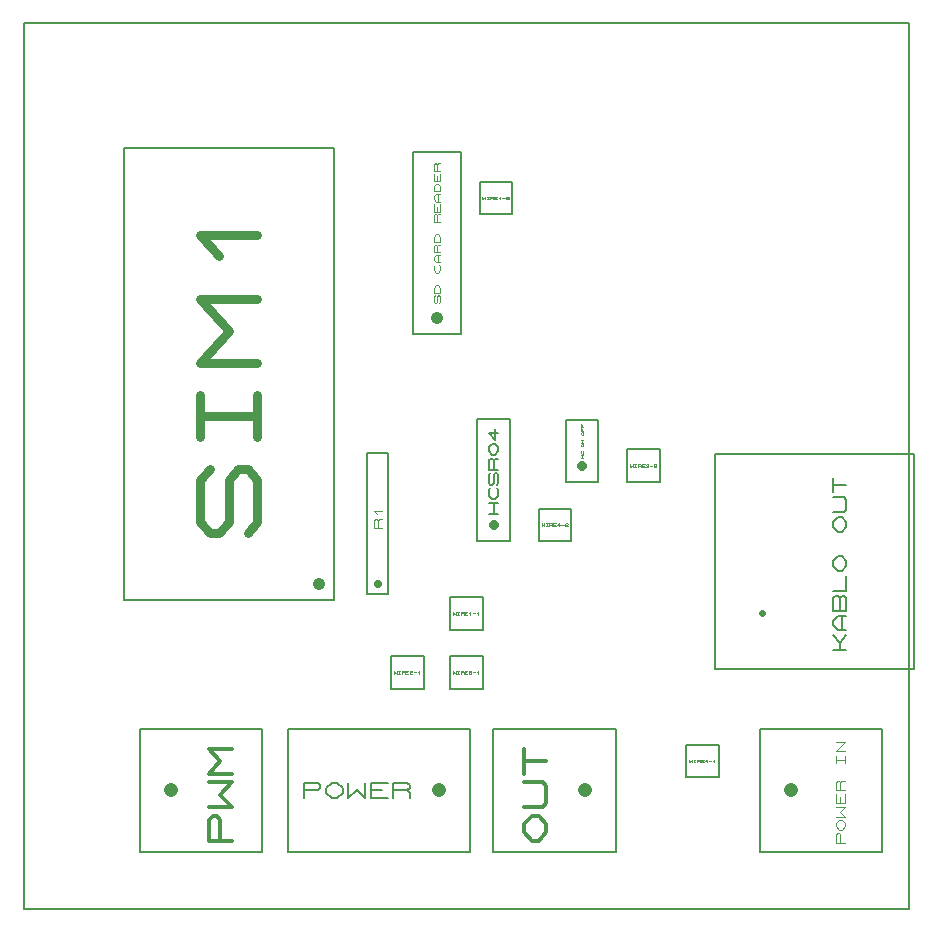
<source format=gbr>
G04 PROTEUS GERBER X2 FILE*
%TF.GenerationSoftware,Labcenter,Proteus,8.10-SP3-Build29560*%
%TF.CreationDate,2022-04-01T22:25:54+00:00*%
%TF.FileFunction,AssemblyDrawing,Top*%
%TF.FilePolarity,Positive*%
%TF.Part,Single*%
%TF.SameCoordinates,{d6a88fbf-1cde-4ff9-8d92-a6d7fee4950a}*%
%FSLAX45Y45*%
%MOMM*%
G01*
%TA.AperFunction,Profile*%
%ADD19C,0.203200*%
%TA.AperFunction,Material*%
%ADD70C,0.203200*%
%ADD26C,1.016000*%
%ADD27C,0.801370*%
%ADD28C,0.095430*%
%ADD29C,0.711200*%
%ADD72C,0.110230*%
%ADD73C,0.812800*%
%ADD30C,0.139700*%
%ADD31C,1.219200*%
%ADD32C,0.122420*%
%ADD33C,0.314280*%
%ADD34C,0.210740*%
%ADD35C,0.036680*%
%ADD36C,0.558800*%
%ADD37C,0.185490*%
%ADD38C,0.036280*%
%TD.AperFunction*%
D19*
X-12750000Y+3500000D02*
X-5250000Y+3500000D01*
X-5250000Y+11000000D01*
X-12750000Y+11000000D01*
X-12750000Y+3500000D01*
D70*
X-11901000Y+6112840D02*
X-10123000Y+6112840D01*
X-10123000Y+9943160D01*
X-11901000Y+9943160D01*
X-11901000Y+6112840D01*
D26*
X-10250000Y+6250000D02*
X-10250000Y+6250000D01*
D27*
X-10851726Y+6679514D02*
X-10771589Y+6769668D01*
X-10771589Y+7130284D01*
X-10851726Y+7220438D01*
X-10931863Y+7220438D01*
X-11012000Y+7130284D01*
X-11012000Y+6769668D01*
X-11092137Y+6679514D01*
X-11172274Y+6679514D01*
X-11252411Y+6769668D01*
X-11252411Y+7130284D01*
X-11172274Y+7220438D01*
X-11252411Y+7490901D02*
X-11252411Y+7851517D01*
X-11252411Y+7671209D02*
X-10771589Y+7671209D01*
X-10771589Y+7490901D02*
X-10771589Y+7851517D01*
X-10771589Y+8121980D02*
X-11252411Y+8121980D01*
X-11012000Y+8392442D01*
X-11252411Y+8662904D01*
X-10771589Y+8662904D01*
X-11092137Y+9023521D02*
X-11252411Y+9203829D01*
X-10771589Y+9203829D01*
D70*
X-9450660Y+8362840D02*
X-9049340Y+8362840D01*
X-9049340Y+9907160D01*
X-9450660Y+9907160D01*
X-9450660Y+8362840D01*
D26*
X-9250000Y+8500000D02*
X-9250000Y+8500000D01*
D28*
X-9230914Y+8627771D02*
X-9221371Y+8638506D01*
X-9221371Y+8681450D01*
X-9230914Y+8692186D01*
X-9240457Y+8692186D01*
X-9250000Y+8681450D01*
X-9250000Y+8638506D01*
X-9259543Y+8627771D01*
X-9269086Y+8627771D01*
X-9278629Y+8638506D01*
X-9278629Y+8681450D01*
X-9269086Y+8692186D01*
X-9221371Y+8713658D02*
X-9278629Y+8713658D01*
X-9278629Y+8756601D01*
X-9259543Y+8778073D01*
X-9240457Y+8778073D01*
X-9221371Y+8756601D01*
X-9221371Y+8713658D01*
X-9230914Y+8949847D02*
X-9221371Y+8939111D01*
X-9221371Y+8906903D01*
X-9240457Y+8885432D01*
X-9259543Y+8885432D01*
X-9278629Y+8906903D01*
X-9278629Y+8939111D01*
X-9269086Y+8949847D01*
X-9221371Y+8971319D02*
X-9259543Y+8971319D01*
X-9278629Y+8992790D01*
X-9278629Y+9014262D01*
X-9259543Y+9035734D01*
X-9221371Y+9035734D01*
X-9240457Y+8971319D02*
X-9240457Y+9035734D01*
X-9221371Y+9057206D02*
X-9278629Y+9057206D01*
X-9278629Y+9110885D01*
X-9269086Y+9121621D01*
X-9259543Y+9121621D01*
X-9250000Y+9110885D01*
X-9250000Y+9057206D01*
X-9250000Y+9110885D02*
X-9240457Y+9121621D01*
X-9221371Y+9121621D01*
X-9221371Y+9143093D02*
X-9278629Y+9143093D01*
X-9278629Y+9186036D01*
X-9259543Y+9207508D01*
X-9240457Y+9207508D01*
X-9221371Y+9186036D01*
X-9221371Y+9143093D01*
X-9221371Y+9314867D02*
X-9278629Y+9314867D01*
X-9278629Y+9368546D01*
X-9269086Y+9379282D01*
X-9259543Y+9379282D01*
X-9250000Y+9368546D01*
X-9250000Y+9314867D01*
X-9250000Y+9368546D02*
X-9240457Y+9379282D01*
X-9221371Y+9379282D01*
X-9221371Y+9465169D02*
X-9221371Y+9400754D01*
X-9278629Y+9400754D01*
X-9278629Y+9465169D01*
X-9250000Y+9400754D02*
X-9250000Y+9443697D01*
X-9221371Y+9486641D02*
X-9259543Y+9486641D01*
X-9278629Y+9508112D01*
X-9278629Y+9529584D01*
X-9259543Y+9551056D01*
X-9221371Y+9551056D01*
X-9240457Y+9486641D02*
X-9240457Y+9551056D01*
X-9221371Y+9572528D02*
X-9278629Y+9572528D01*
X-9278629Y+9615471D01*
X-9259543Y+9636943D01*
X-9240457Y+9636943D01*
X-9221371Y+9615471D01*
X-9221371Y+9572528D01*
X-9221371Y+9722830D02*
X-9221371Y+9658415D01*
X-9278629Y+9658415D01*
X-9278629Y+9722830D01*
X-9250000Y+9658415D02*
X-9250000Y+9701358D01*
X-9221371Y+9744302D02*
X-9278629Y+9744302D01*
X-9278629Y+9797981D01*
X-9269086Y+9808717D01*
X-9259543Y+9808717D01*
X-9250000Y+9797981D01*
X-9250000Y+9744302D01*
X-9250000Y+9797981D02*
X-9240457Y+9808717D01*
X-9221371Y+9808717D01*
D70*
X-9838900Y+6161100D02*
X-9661100Y+6161100D01*
X-9661100Y+7354900D01*
X-9838900Y+7354900D01*
X-9838900Y+6161100D01*
D29*
X-9750000Y+6250000D02*
X-9750000Y+6250000D01*
D72*
X-9716929Y+6721018D02*
X-9783070Y+6721018D01*
X-9783070Y+6783025D01*
X-9772047Y+6795427D01*
X-9761023Y+6795427D01*
X-9750000Y+6783025D01*
X-9750000Y+6721018D01*
X-9750000Y+6783025D02*
X-9738976Y+6795427D01*
X-9716929Y+6795427D01*
X-9761023Y+6845033D02*
X-9783070Y+6869836D01*
X-9716929Y+6869836D01*
D70*
X-8908160Y+6608840D02*
X-8633840Y+6608840D01*
X-8633840Y+7645160D01*
X-8908160Y+7645160D01*
X-8908160Y+6608840D01*
D73*
X-8771000Y+6746000D02*
X-8771000Y+6746000D01*
D30*
X-8729090Y+6838710D02*
X-8812910Y+6838710D01*
X-8812910Y+6933007D02*
X-8729090Y+6933007D01*
X-8771000Y+6838710D02*
X-8771000Y+6933007D01*
X-8743060Y+7058737D02*
X-8729090Y+7043021D01*
X-8729090Y+6995872D01*
X-8757030Y+6964440D01*
X-8784970Y+6964440D01*
X-8812910Y+6995872D01*
X-8812910Y+7043021D01*
X-8798940Y+7058737D01*
X-8743060Y+7090170D02*
X-8729090Y+7105886D01*
X-8729090Y+7168751D01*
X-8743060Y+7184467D01*
X-8757030Y+7184467D01*
X-8771000Y+7168751D01*
X-8771000Y+7105886D01*
X-8784970Y+7090170D01*
X-8798940Y+7090170D01*
X-8812910Y+7105886D01*
X-8812910Y+7168751D01*
X-8798940Y+7184467D01*
X-8729090Y+7215900D02*
X-8812910Y+7215900D01*
X-8812910Y+7294481D01*
X-8798940Y+7310197D01*
X-8784970Y+7310197D01*
X-8771000Y+7294481D01*
X-8771000Y+7215900D01*
X-8771000Y+7294481D02*
X-8757030Y+7310197D01*
X-8729090Y+7310197D01*
X-8784970Y+7341630D02*
X-8812910Y+7373062D01*
X-8812910Y+7404495D01*
X-8784970Y+7435927D01*
X-8757030Y+7435927D01*
X-8729090Y+7404495D01*
X-8729090Y+7373062D01*
X-8757030Y+7341630D01*
X-8784970Y+7341630D01*
X-8757030Y+7561657D02*
X-8757030Y+7467360D01*
X-8812910Y+7530225D01*
X-8729090Y+7530225D01*
D70*
X-6514160Y+3981840D02*
X-5477840Y+3981840D01*
X-5477840Y+5018160D01*
X-6514160Y+5018160D01*
X-6514160Y+3981840D01*
D31*
X-6250000Y+4500000D02*
X-6250000Y+4500000D01*
D32*
X-5796711Y+4059260D02*
X-5870168Y+4059260D01*
X-5870168Y+4128125D01*
X-5857925Y+4141898D01*
X-5845682Y+4141898D01*
X-5833440Y+4128125D01*
X-5833440Y+4059260D01*
X-5845682Y+4169445D02*
X-5870168Y+4196991D01*
X-5870168Y+4224537D01*
X-5845682Y+4252083D01*
X-5821197Y+4252083D01*
X-5796711Y+4224537D01*
X-5796711Y+4196991D01*
X-5821197Y+4169445D01*
X-5845682Y+4169445D01*
X-5870168Y+4279630D02*
X-5796711Y+4279630D01*
X-5833440Y+4320949D01*
X-5796711Y+4362268D01*
X-5870168Y+4362268D01*
X-5796711Y+4472453D02*
X-5796711Y+4389815D01*
X-5870168Y+4389815D01*
X-5870168Y+4472453D01*
X-5833440Y+4389815D02*
X-5833440Y+4444907D01*
X-5796711Y+4500000D02*
X-5870168Y+4500000D01*
X-5870168Y+4568865D01*
X-5857925Y+4582638D01*
X-5845682Y+4582638D01*
X-5833440Y+4568865D01*
X-5833440Y+4500000D01*
X-5833440Y+4568865D02*
X-5821197Y+4582638D01*
X-5796711Y+4582638D01*
X-5870168Y+4734143D02*
X-5870168Y+4789235D01*
X-5870168Y+4761689D02*
X-5796711Y+4761689D01*
X-5796711Y+4734143D02*
X-5796711Y+4789235D01*
X-5796711Y+4830555D02*
X-5870168Y+4830555D01*
X-5796711Y+4913193D01*
X-5870168Y+4913193D01*
D70*
X-11764160Y+3981840D02*
X-10727840Y+3981840D01*
X-10727840Y+5018160D01*
X-11764160Y+5018160D01*
X-11764160Y+3981840D01*
D31*
X-11500000Y+4500000D02*
X-11500000Y+4500000D01*
D33*
X-10989155Y+4075721D02*
X-11177724Y+4075721D01*
X-11177724Y+4252504D01*
X-11146296Y+4287860D01*
X-11114868Y+4287860D01*
X-11083440Y+4252504D01*
X-11083440Y+4075721D01*
X-11177724Y+4358574D02*
X-10989155Y+4358574D01*
X-11083440Y+4464643D01*
X-10989155Y+4570713D01*
X-11177724Y+4570713D01*
X-10989155Y+4641427D02*
X-11177724Y+4641427D01*
X-11083440Y+4747496D01*
X-11177724Y+4853566D01*
X-10989155Y+4853566D01*
D70*
X-8772160Y+3981840D02*
X-7735840Y+3981840D01*
X-7735840Y+5018160D01*
X-8772160Y+5018160D01*
X-8772160Y+3981840D01*
D31*
X-8000000Y+4500000D02*
X-8000000Y+4500000D01*
D33*
X-8447988Y+4075721D02*
X-8510844Y+4146434D01*
X-8510844Y+4217147D01*
X-8447988Y+4287860D01*
X-8385131Y+4287860D01*
X-8322275Y+4217147D01*
X-8322275Y+4146434D01*
X-8385131Y+4075721D01*
X-8447988Y+4075721D01*
X-8510844Y+4358574D02*
X-8353703Y+4358574D01*
X-8322275Y+4393930D01*
X-8322275Y+4535357D01*
X-8353703Y+4570713D01*
X-8510844Y+4570713D01*
X-8510844Y+4641427D02*
X-8510844Y+4853566D01*
X-8510844Y+4747496D02*
X-8322275Y+4747496D01*
D70*
X-10514160Y+3981840D02*
X-8969840Y+3981840D01*
X-8969840Y+5018160D01*
X-10514160Y+5018160D01*
X-10514160Y+3981840D01*
D31*
X-9234000Y+4500000D02*
X-9234000Y+4500000D01*
D34*
X-10378740Y+4436776D02*
X-10378740Y+4563224D01*
X-10260195Y+4563224D01*
X-10236486Y+4542149D01*
X-10236486Y+4521075D01*
X-10260195Y+4500000D01*
X-10378740Y+4500000D01*
X-10189068Y+4521075D02*
X-10141650Y+4563224D01*
X-10094232Y+4563224D01*
X-10046814Y+4521075D01*
X-10046814Y+4478925D01*
X-10094232Y+4436776D01*
X-10141650Y+4436776D01*
X-10189068Y+4478925D01*
X-10189068Y+4521075D01*
X-9999396Y+4563224D02*
X-9999396Y+4436776D01*
X-9928269Y+4500000D01*
X-9857142Y+4436776D01*
X-9857142Y+4563224D01*
X-9667470Y+4436776D02*
X-9809724Y+4436776D01*
X-9809724Y+4563224D01*
X-9667470Y+4563224D01*
X-9809724Y+4500000D02*
X-9714888Y+4500000D01*
X-9620052Y+4436776D02*
X-9620052Y+4563224D01*
X-9501507Y+4563224D01*
X-9477798Y+4542149D01*
X-9477798Y+4521075D01*
X-9501507Y+4500000D01*
X-9620052Y+4500000D01*
X-9501507Y+4500000D02*
X-9477798Y+4478925D01*
X-9477798Y+4436776D01*
D70*
X-8158160Y+7108840D02*
X-7883840Y+7108840D01*
X-7883840Y+7637160D01*
X-8158160Y+7637160D01*
X-8158160Y+7108840D01*
D73*
X-8021000Y+7246000D02*
X-8021000Y+7246000D01*
D35*
X-8009993Y+7313315D02*
X-8032006Y+7313315D01*
X-8032006Y+7338079D02*
X-8009993Y+7338079D01*
X-8021000Y+7313315D02*
X-8021000Y+7338079D01*
X-8013662Y+7371098D02*
X-8009993Y+7366970D01*
X-8009993Y+7354588D01*
X-8017331Y+7346334D01*
X-8024668Y+7346334D01*
X-8032006Y+7354588D01*
X-8032006Y+7366970D01*
X-8028337Y+7371098D01*
X-8024668Y+7412372D02*
X-8032006Y+7420626D01*
X-8032006Y+7428881D01*
X-8024668Y+7437136D01*
X-8017331Y+7437136D01*
X-8009993Y+7428881D01*
X-8009993Y+7420626D01*
X-8017331Y+7412372D01*
X-8024668Y+7412372D01*
X-8009993Y+7445391D02*
X-8032006Y+7445391D01*
X-8009993Y+7470155D01*
X-8032006Y+7470155D01*
X-8024668Y+7511429D02*
X-8032006Y+7519683D01*
X-8032006Y+7527938D01*
X-8024668Y+7536193D01*
X-8017331Y+7536193D01*
X-8009993Y+7527938D01*
X-8009993Y+7519683D01*
X-8017331Y+7511429D01*
X-8024668Y+7511429D01*
X-8009993Y+7544448D02*
X-8032006Y+7544448D01*
X-8032006Y+7569212D01*
X-8021000Y+7544448D02*
X-8021000Y+7560957D01*
X-8009993Y+7577467D02*
X-8032006Y+7577467D01*
X-8032006Y+7602231D01*
X-8021000Y+7577467D02*
X-8021000Y+7593976D01*
D70*
X-6893700Y+5527560D02*
X-5207140Y+5527560D01*
X-5207140Y+7351280D01*
X-6893700Y+7351280D01*
X-6893700Y+5527560D01*
D36*
X-6500000Y+6000000D02*
X-6500000Y+6000000D01*
D37*
X-5895249Y+5688159D02*
X-5783951Y+5688159D01*
X-5895249Y+5813369D02*
X-5839600Y+5750764D01*
X-5783951Y+5813369D01*
X-5839600Y+5688159D02*
X-5839600Y+5750764D01*
X-5783951Y+5855106D02*
X-5858150Y+5855106D01*
X-5895249Y+5896842D01*
X-5895249Y+5938579D01*
X-5858150Y+5980316D01*
X-5783951Y+5980316D01*
X-5821050Y+5855106D02*
X-5821050Y+5980316D01*
X-5783951Y+6022053D02*
X-5895249Y+6022053D01*
X-5895249Y+6126394D01*
X-5876699Y+6147263D01*
X-5858150Y+6147263D01*
X-5839600Y+6126394D01*
X-5821050Y+6147263D01*
X-5802501Y+6147263D01*
X-5783951Y+6126394D01*
X-5783951Y+6022053D01*
X-5839600Y+6022053D02*
X-5839600Y+6126394D01*
X-5895249Y+6189000D02*
X-5783951Y+6189000D01*
X-5783951Y+6314210D01*
X-5858150Y+6355947D02*
X-5895249Y+6397683D01*
X-5895249Y+6439420D01*
X-5858150Y+6481157D01*
X-5821050Y+6481157D01*
X-5783951Y+6439420D01*
X-5783951Y+6397683D01*
X-5821050Y+6355947D01*
X-5858150Y+6355947D01*
X-5858150Y+6689841D02*
X-5895249Y+6731577D01*
X-5895249Y+6773314D01*
X-5858150Y+6815051D01*
X-5821050Y+6815051D01*
X-5783951Y+6773314D01*
X-5783951Y+6731577D01*
X-5821050Y+6689841D01*
X-5858150Y+6689841D01*
X-5895249Y+6856788D02*
X-5802501Y+6856788D01*
X-5783951Y+6877656D01*
X-5783951Y+6961129D01*
X-5802501Y+6981998D01*
X-5895249Y+6981998D01*
X-5895249Y+7023735D02*
X-5895249Y+7148945D01*
X-5895249Y+7086340D02*
X-5783951Y+7086340D01*
D70*
X-9637160Y+5362840D02*
X-9362840Y+5362840D01*
X-9362840Y+5637160D01*
X-9637160Y+5637160D01*
X-9637160Y+5362840D01*
D38*
X-9614296Y+5510886D02*
X-9614296Y+5489115D01*
X-9602050Y+5500000D01*
X-9589804Y+5489115D01*
X-9589804Y+5510886D01*
X-9577558Y+5510886D02*
X-9561230Y+5510886D01*
X-9569394Y+5510886D02*
X-9569394Y+5489115D01*
X-9577558Y+5489115D02*
X-9561230Y+5489115D01*
X-9548984Y+5489115D02*
X-9548984Y+5510886D01*
X-9528574Y+5510886D01*
X-9524492Y+5507257D01*
X-9524492Y+5503629D01*
X-9528574Y+5500000D01*
X-9548984Y+5500000D01*
X-9528574Y+5500000D02*
X-9524492Y+5496372D01*
X-9524492Y+5489115D01*
X-9491836Y+5489115D02*
X-9516328Y+5489115D01*
X-9516328Y+5510886D01*
X-9491836Y+5510886D01*
X-9516328Y+5500000D02*
X-9500000Y+5500000D01*
X-9479590Y+5507257D02*
X-9475508Y+5510886D01*
X-9463262Y+5510886D01*
X-9459180Y+5507257D01*
X-9459180Y+5503629D01*
X-9463262Y+5500000D01*
X-9475508Y+5500000D01*
X-9479590Y+5496372D01*
X-9479590Y+5489115D01*
X-9459180Y+5489115D01*
X-9446934Y+5500000D02*
X-9426524Y+5500000D01*
X-9410196Y+5503629D02*
X-9402032Y+5510886D01*
X-9402032Y+5489115D01*
D70*
X-8887160Y+9378840D02*
X-8612840Y+9378840D01*
X-8612840Y+9653160D01*
X-8887160Y+9653160D01*
X-8887160Y+9378840D01*
D38*
X-8864296Y+9526886D02*
X-8864296Y+9505115D01*
X-8852050Y+9516000D01*
X-8839804Y+9505115D01*
X-8839804Y+9526886D01*
X-8827558Y+9526886D02*
X-8811230Y+9526886D01*
X-8819394Y+9526886D02*
X-8819394Y+9505115D01*
X-8827558Y+9505115D02*
X-8811230Y+9505115D01*
X-8798984Y+9505115D02*
X-8798984Y+9526886D01*
X-8778574Y+9526886D01*
X-8774492Y+9523257D01*
X-8774492Y+9519629D01*
X-8778574Y+9516000D01*
X-8798984Y+9516000D01*
X-8778574Y+9516000D02*
X-8774492Y+9512372D01*
X-8774492Y+9505115D01*
X-8741836Y+9505115D02*
X-8766328Y+9505115D01*
X-8766328Y+9526886D01*
X-8741836Y+9526886D01*
X-8766328Y+9516000D02*
X-8750000Y+9516000D01*
X-8725508Y+9519629D02*
X-8717344Y+9526886D01*
X-8717344Y+9505115D01*
X-8696934Y+9516000D02*
X-8676524Y+9516000D01*
X-8664278Y+9523257D02*
X-8660196Y+9526886D01*
X-8647950Y+9526886D01*
X-8643868Y+9523257D01*
X-8643868Y+9519629D01*
X-8647950Y+9516000D01*
X-8660196Y+9516000D01*
X-8664278Y+9512372D01*
X-8664278Y+9505115D01*
X-8643868Y+9505115D01*
D70*
X-9137160Y+5362840D02*
X-8862840Y+5362840D01*
X-8862840Y+5637160D01*
X-9137160Y+5637160D01*
X-9137160Y+5362840D01*
D38*
X-9114296Y+5510886D02*
X-9114296Y+5489115D01*
X-9102050Y+5500000D01*
X-9089804Y+5489115D01*
X-9089804Y+5510886D01*
X-9077558Y+5510886D02*
X-9061230Y+5510886D01*
X-9069394Y+5510886D02*
X-9069394Y+5489115D01*
X-9077558Y+5489115D02*
X-9061230Y+5489115D01*
X-9048984Y+5489115D02*
X-9048984Y+5510886D01*
X-9028574Y+5510886D01*
X-9024492Y+5507257D01*
X-9024492Y+5503629D01*
X-9028574Y+5500000D01*
X-9048984Y+5500000D01*
X-9028574Y+5500000D02*
X-9024492Y+5496372D01*
X-9024492Y+5489115D01*
X-8991836Y+5489115D02*
X-9016328Y+5489115D01*
X-9016328Y+5510886D01*
X-8991836Y+5510886D01*
X-9016328Y+5500000D02*
X-9000000Y+5500000D01*
X-8979590Y+5507257D02*
X-8975508Y+5510886D01*
X-8963262Y+5510886D01*
X-8959180Y+5507257D01*
X-8959180Y+5503629D01*
X-8963262Y+5500000D01*
X-8959180Y+5496372D01*
X-8959180Y+5492743D01*
X-8963262Y+5489115D01*
X-8975508Y+5489115D01*
X-8979590Y+5492743D01*
X-8971426Y+5500000D02*
X-8963262Y+5500000D01*
X-8946934Y+5500000D02*
X-8926524Y+5500000D01*
X-8910196Y+5503629D02*
X-8902032Y+5510886D01*
X-8902032Y+5489115D01*
D70*
X-9137160Y+5862840D02*
X-8862840Y+5862840D01*
X-8862840Y+6137160D01*
X-9137160Y+6137160D01*
X-9137160Y+5862840D01*
D38*
X-9114296Y+6010886D02*
X-9114296Y+5989115D01*
X-9102050Y+6000000D01*
X-9089804Y+5989115D01*
X-9089804Y+6010886D01*
X-9077558Y+6010886D02*
X-9061230Y+6010886D01*
X-9069394Y+6010886D02*
X-9069394Y+5989115D01*
X-9077558Y+5989115D02*
X-9061230Y+5989115D01*
X-9048984Y+5989115D02*
X-9048984Y+6010886D01*
X-9028574Y+6010886D01*
X-9024492Y+6007257D01*
X-9024492Y+6003629D01*
X-9028574Y+6000000D01*
X-9048984Y+6000000D01*
X-9028574Y+6000000D02*
X-9024492Y+5996372D01*
X-9024492Y+5989115D01*
X-8991836Y+5989115D02*
X-9016328Y+5989115D01*
X-9016328Y+6010886D01*
X-8991836Y+6010886D01*
X-9016328Y+6000000D02*
X-9000000Y+6000000D01*
X-8975508Y+6003629D02*
X-8967344Y+6010886D01*
X-8967344Y+5989115D01*
X-8946934Y+6000000D02*
X-8926524Y+6000000D01*
X-8910196Y+6003629D02*
X-8902032Y+6010886D01*
X-8902032Y+5989115D01*
D70*
X-7637160Y+7112840D02*
X-7362840Y+7112840D01*
X-7362840Y+7387160D01*
X-7637160Y+7387160D01*
X-7637160Y+7112840D01*
D38*
X-7614296Y+7260886D02*
X-7614296Y+7239115D01*
X-7602050Y+7250000D01*
X-7589804Y+7239115D01*
X-7589804Y+7260886D01*
X-7577558Y+7260886D02*
X-7561230Y+7260886D01*
X-7569394Y+7260886D02*
X-7569394Y+7239115D01*
X-7577558Y+7239115D02*
X-7561230Y+7239115D01*
X-7548984Y+7239115D02*
X-7548984Y+7260886D01*
X-7528574Y+7260886D01*
X-7524492Y+7257257D01*
X-7524492Y+7253629D01*
X-7528574Y+7250000D01*
X-7548984Y+7250000D01*
X-7528574Y+7250000D02*
X-7524492Y+7246372D01*
X-7524492Y+7239115D01*
X-7491836Y+7239115D02*
X-7516328Y+7239115D01*
X-7516328Y+7260886D01*
X-7491836Y+7260886D01*
X-7516328Y+7250000D02*
X-7500000Y+7250000D01*
X-7479590Y+7257257D02*
X-7475508Y+7260886D01*
X-7463262Y+7260886D01*
X-7459180Y+7257257D01*
X-7459180Y+7253629D01*
X-7463262Y+7250000D01*
X-7459180Y+7246372D01*
X-7459180Y+7242743D01*
X-7463262Y+7239115D01*
X-7475508Y+7239115D01*
X-7479590Y+7242743D01*
X-7471426Y+7250000D02*
X-7463262Y+7250000D01*
X-7446934Y+7250000D02*
X-7426524Y+7250000D01*
X-7414278Y+7257257D02*
X-7410196Y+7260886D01*
X-7397950Y+7260886D01*
X-7393868Y+7257257D01*
X-7393868Y+7253629D01*
X-7397950Y+7250000D01*
X-7410196Y+7250000D01*
X-7414278Y+7246372D01*
X-7414278Y+7239115D01*
X-7393868Y+7239115D01*
D70*
X-7137160Y+4612840D02*
X-6862840Y+4612840D01*
X-6862840Y+4887160D01*
X-7137160Y+4887160D01*
X-7137160Y+4612840D01*
D38*
X-7114296Y+4760886D02*
X-7114296Y+4739115D01*
X-7102050Y+4750000D01*
X-7089804Y+4739115D01*
X-7089804Y+4760886D01*
X-7077558Y+4760886D02*
X-7061230Y+4760886D01*
X-7069394Y+4760886D02*
X-7069394Y+4739115D01*
X-7077558Y+4739115D02*
X-7061230Y+4739115D01*
X-7048984Y+4739115D02*
X-7048984Y+4760886D01*
X-7028574Y+4760886D01*
X-7024492Y+4757257D01*
X-7024492Y+4753629D01*
X-7028574Y+4750000D01*
X-7048984Y+4750000D01*
X-7028574Y+4750000D02*
X-7024492Y+4746372D01*
X-7024492Y+4739115D01*
X-6991836Y+4739115D02*
X-7016328Y+4739115D01*
X-7016328Y+4760886D01*
X-6991836Y+4760886D01*
X-7016328Y+4750000D02*
X-7000000Y+4750000D01*
X-6959180Y+4746372D02*
X-6983672Y+4746372D01*
X-6967344Y+4760886D01*
X-6967344Y+4739115D01*
X-6946934Y+4750000D02*
X-6926524Y+4750000D01*
X-6910196Y+4753629D02*
X-6902032Y+4760886D01*
X-6902032Y+4739115D01*
D70*
X-8387160Y+6612840D02*
X-8112840Y+6612840D01*
X-8112840Y+6887160D01*
X-8387160Y+6887160D01*
X-8387160Y+6612840D01*
D38*
X-8364296Y+6760886D02*
X-8364296Y+6739115D01*
X-8352050Y+6750000D01*
X-8339804Y+6739115D01*
X-8339804Y+6760886D01*
X-8327558Y+6760886D02*
X-8311230Y+6760886D01*
X-8319394Y+6760886D02*
X-8319394Y+6739115D01*
X-8327558Y+6739115D02*
X-8311230Y+6739115D01*
X-8298984Y+6739115D02*
X-8298984Y+6760886D01*
X-8278574Y+6760886D01*
X-8274492Y+6757257D01*
X-8274492Y+6753629D01*
X-8278574Y+6750000D01*
X-8298984Y+6750000D01*
X-8278574Y+6750000D02*
X-8274492Y+6746372D01*
X-8274492Y+6739115D01*
X-8241836Y+6739115D02*
X-8266328Y+6739115D01*
X-8266328Y+6760886D01*
X-8241836Y+6760886D01*
X-8266328Y+6750000D02*
X-8250000Y+6750000D01*
X-8209180Y+6746372D02*
X-8233672Y+6746372D01*
X-8217344Y+6760886D01*
X-8217344Y+6739115D01*
X-8196934Y+6750000D02*
X-8176524Y+6750000D01*
X-8164278Y+6757257D02*
X-8160196Y+6760886D01*
X-8147950Y+6760886D01*
X-8143868Y+6757257D01*
X-8143868Y+6753629D01*
X-8147950Y+6750000D01*
X-8160196Y+6750000D01*
X-8164278Y+6746372D01*
X-8164278Y+6739115D01*
X-8143868Y+6739115D01*
M02*

</source>
